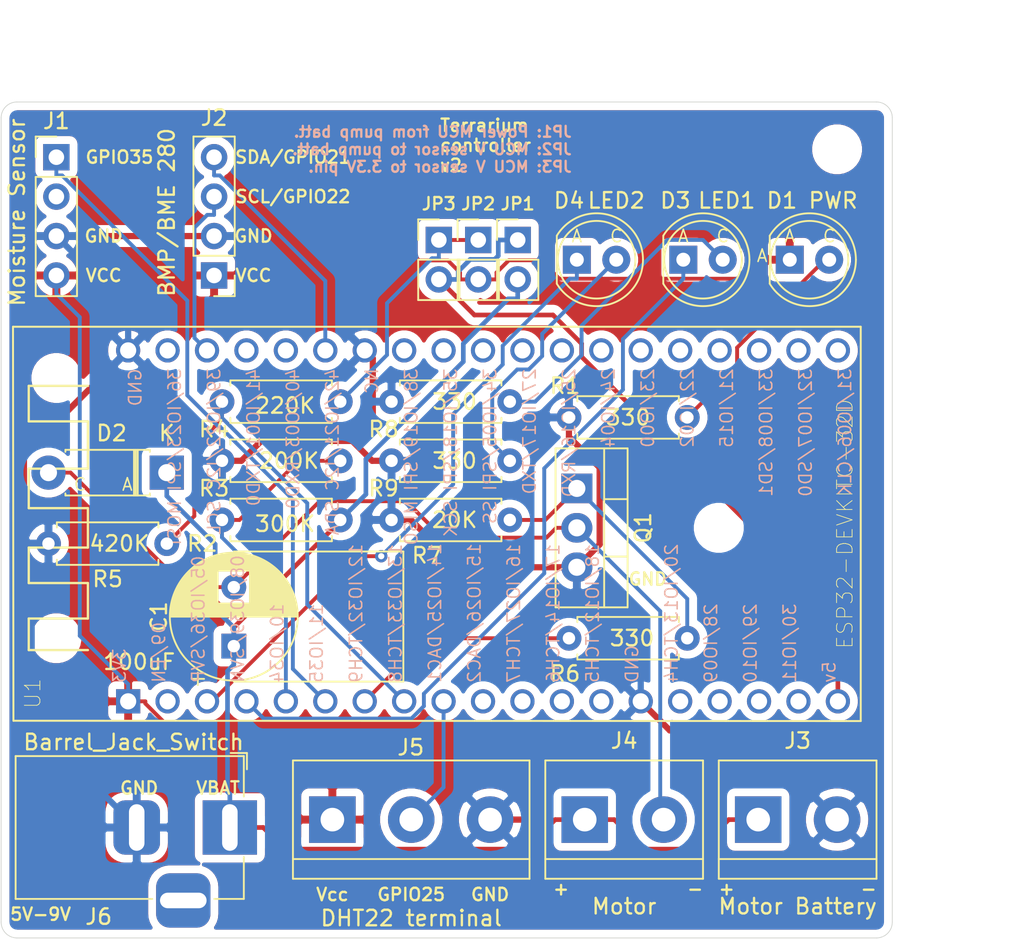
<source format=kicad_pcb>
(kicad_pcb (version 20241229) (generator "pcbnew") (generator_version "9.0")
  (layers (0 "F.Cu" signal) (2 "B.Cu" signal) (13 "F.Paste" user) (15 "B.Paste" user) (5 "F.SilkS" user) (7 "B.SilkS" user) (1 "F.Mask" user) (3 "B.Mask" user) (25 "Edge.Cuts" user))
  (net 0 "")
  (net 1 "Net-(D2-A)")
  (net 2 "VCC")
  (net 3 "Net-(D1-K)")
  (net 4 "/GPIO39")
  (net 5 "Net-(D3-K)")
  (net 6 "/GPIO36")
  (net 7 "GND")
  (net 8 "Net-(D4-K)")
  (net 9 "/GPIO35")
  (net 10 "/SDA-GPIO21")
  (net 11 "/SCL-GPIO22")
  (net 12 "/VBAT")
  (net 14 "/VCC2")
  (net 15 "Net-(JP2-Pad1)")
  (net 17 "/GPIO34")
  (net 18 "/GPIO33")
  (net 19 "/GPIO32")
  (net 20 "Net-(Q1-B)")
  (net 45 "/GPIO25")
  (footprint "Connector_PinHeader_2.54mm:PinHeader_1x04_P2.54mm_Vertical" (layer "F.Cu") (at 78.232 119.38 180)
    (property "Reference" "J2" (at 0 10.16 0) (layer "F.SilkS"))
    (property "Value" "BMP/BME 280" (at 3.048 4.064 90) (layer "F.SilkS"))
    (pad "1" thru_hole rect (at 0 0 180) (size 1.7 1.7) (drill 1) (layers "*.Cu" "*.Mask") (net 2 "VCC"))
    (pad "2" thru_hole oval (at 0 2.54 180) (size 1.7 1.7) (drill 1) (layers "*.Cu" "*.Mask") (net 7 "GND"))
    (pad "3" thru_hole oval (at 0 5.08 180) (size 1.7 1.7) (drill 1) (layers "*.Cu" "*.Mask") (net 11 "/SCL-GPIO22"))
    (pad "4" thru_hole oval (at 0 7.62 180) (size 1.7 1.7) (drill 1) (layers "*.Cu" "*.Mask") (net 10 "/SDA-GPIO21"))
  )
  (footprint "Connector_PinHeader_2.54mm:PinHeader_1x04_P2.54mm_Vertical" (layer "F.Cu") (at 68.072 111.76)
    (property "Reference" "J1" (at 0 -2.33 0) (layer "F.SilkS"))
    (property "Value" "Moisture Sensor" (at -2.54 3.556 90) (layer "F.SilkS"))
    (pad "1" thru_hole rect (at 0 0) (size 1.7 1.7) (drill 1) (layers "*.Cu" "*.Mask") (net 9 "/GPIO35"))
    (pad "2" thru_hole oval (at 0 2.54) (size 1.7 1.7) (drill 1) (layers "*.Cu" "*.Mask"))
    (pad "3" thru_hole oval (at 0 5.08) (size 1.7 1.7) (drill 1) (layers "*.Cu" "*.Mask") (net 7 "GND"))
    (pad "4" thru_hole oval (at 0 7.62) (size 1.7 1.7) (drill 1) (layers "*.Cu" "*.Mask") (net 2 "VCC"))
  )
  (footprint "Resistor_THT:R_Axial_DIN0207_L6.3mm_D2.5mm_P7.62mm_Horizontal" (layer "F.Cu") (at 97.282 131.318 180)
    (property "Reference" "R9" (at 8.128 -1.778 0) (layer "F.SilkS"))
    (property "Value" "330" (at 3.556 0 0) (layer "F.SilkS"))
    (pad "1" thru_hole circle (at 0 0 180) (size 1.6 1.6) (drill 0.8) (layers "*.Cu" "*.Mask") (net 8 "Net-(D4-K)"))
    (pad "2" thru_hole oval (at 7.62 0 180) (size 1.6 1.6) (drill 0.8) (layers "*.Cu" "*.Mask") (net 7 "GND"))
  )
  (footprint "LED_THT:LED_D5.0mm" (layer "F.Cu") (at 115.316 118.364)
    (property "Reference" "D1" (at -0.508 -3.81 0) (layer "F.SilkS"))
    (property "Value" "LED")
    (pad "1" thru_hole rect (at 0 0) (size 1.8 1.8) (drill 0.9) (layers "*.Cu" "*.Mask") (net 3 "Net-(D1-K)"))
    (pad "2" thru_hole circle (at 2.54 0) (size 1.8 1.8) (drill 0.9) (layers "*.Cu" "*.Mask") (net 2 "VCC"))
  )
  (footprint "LED_THT:LED_D5.0mm" (layer "F.Cu") (at 108.458 118.364)
    (property "Reference" "D3" (at -0.508 -3.81 0) (layer "F.SilkS"))
    (property "Value" "LED")
    (pad "1" thru_hole rect (at 0 0) (size 1.8 1.8) (drill 0.9) (layers "*.Cu" "*.Mask") (net 5 "Net-(D3-K)"))
    (pad "2" thru_hole circle (at 2.54 0) (size 1.8 1.8) (drill 0.9) (layers "*.Cu" "*.Mask") (net 4 "/GPIO39"))
  )
  (footprint "LED_THT:LED_D5.0mm" (layer "F.Cu") (at 101.6 118.364)
    (property "Reference" "D4" (at -0.508 -3.81 0) (layer "F.SilkS"))
    (property "Value" "LED")
    (pad "1" thru_hole rect (at 0 0) (size 1.8 1.8) (drill 0.9) (layers "*.Cu" "*.Mask") (net 8 "Net-(D4-K)"))
    (pad "2" thru_hole circle (at 2.54 0) (size 1.8 1.8) (drill 0.9) (layers "*.Cu" "*.Mask") (net 6 "/GPIO36"))
  )
  (footprint "TerminalBlock:TerminalBlock_bornier-2_P5.08mm" (layer "F.Cu") (at 113.284 154.432)
    (property "Reference" "J3" (at 2.54 -5.08 0) (layer "F.SilkS"))
    (property "Value" "Motor Battery" (at 2.54 5.588 0) (layer "F.SilkS"))
    (pad "1" thru_hole rect (at 0 0) (size 3 3) (drill 1.52) (layers "*.Cu" "*.Mask") (net 12 "/VBAT"))
    (pad "2" thru_hole circle (at 5.08 0) (size 3 3) (drill 1.52) (layers "*.Cu" "*.Mask") (net 7 "GND"))
  )
  (footprint "TerminalBlock:TerminalBlock_bornier-2_P5.08mm" (layer "F.Cu") (at 102.108 154.432)
    (property "Reference" "J4" (at 2.54 -5.08 0) (layer "F.SilkS"))
    (property "Value" "Motor" (at 2.54 5.588 0) (layer "F.SilkS"))
    (pad "1" thru_hole rect (at 0 0) (size 3 3) (drill 1.52) (layers "*.Cu" "*.Mask") (net 12 "/VBAT"))
    (pad "2" thru_hole circle (at 5.08 0) (size 3 3) (drill 1.52) (layers "*.Cu" "*.Mask") (net 1 "Net-(D2-A)"))
  )
  (footprint "Connector_BarrelJack:BarrelJack_Horizontal" (layer "F.Cu") (at 79.248 154.94)
    (property "Reference" "J6" (at -8.45 5.75 0) (layer "F.SilkS"))
    (property "Value" "Barrel_Jack_Switch" (at -6.2 -5.5 0) (layer "F.SilkS"))
    (pad "1" thru_hole rect (at 0 0) (size 3.5 3.5) (drill oval 1 3) (layers "*.Cu" "*.Mask") (net 12 "/VBAT"))
    (pad "2" thru_hole roundrect (at -6 0) (size 3 3.5) (drill oval 1 3) (layers "*.Cu" "*.Mask") (net 7 "GND"))
    (pad "3" thru_hole roundrect (at -3 4.7) (size 3.5 3.5) (drill oval 3 1) (layers "*.Cu" "*.Mask"))
  )
  (footprint "Connector_PinHeader_2.54mm:PinHeader_1x02_P2.54mm_Vertical" (layer "F.Cu") (at 97.79 117.094)
    (property "Reference" "JP1" (at 0 -2.33 0) (layer "F.SilkS") (effects (font (size 0.8 0.8))))
    (property "Value" "MCU_MOTOR_POWER" (hide yes))
    (pad "1" thru_hole rect (at 0 0) (size 1.7 1.7) (drill 1) (layers "*.Cu" "*.Mask") (net 14 "/VCC2"))
    (pad "2" thru_hole oval (at 0 2.54) (size 1.7 1.7) (drill 1) (layers "*.Cu" "*.Mask") (net 12 "/VBAT"))
  )
  (footprint "Connector_PinHeader_2.54mm:PinHeader_1x02_P2.54mm_Vertical" (layer "F.Cu") (at 95.25 117.094)
    (property "Reference" "JP2" (at 0 -2.33 0) (layer "F.SilkS") (effects (font (size 0.8 0.8))))
    (property "Value" "VCC Jumper" (hide yes))
    (pad "1" thru_hole rect (at 0 0) (size 1.7 1.7) (drill 1) (layers "*.Cu" "*.Mask") (net 15 "Net-(JP2-Pad1)"))
    (pad "2" thru_hole oval (at 0 2.54) (size 1.7 1.7) (drill 1) (layers "*.Cu" "*.Mask") (net 2 "VCC"))
  )
  (footprint "Connector_PinHeader_2.54mm:PinHeader_1x02_P2.54mm_Vertical" (layer "F.Cu") (at 92.71 117.094)
    (property "Reference" "JP3" (at 0 -2.33 0) (layer "F.SilkS") (effects (font (size 0.8 0.8))))
    (property "Value" "VCC2 Jumper" (hide yes))
    (pad "1" thru_hole rect (at 0 0) (size 1.7 1.7) (drill 1) (layers "*.Cu" "*.Mask") (net 15 "Net-(JP2-Pad1)"))
    (pad "2" thru_hole oval (at 0 2.54) (size 1.7 1.7) (drill 1) (layers "*.Cu" "*.Mask") (net 14 "/VCC2"))
  )
  (footprint "Package_TO_SOT_THT:TO-220-3_Vertical" (layer "F.Cu") (at 101.6 133.096 -90)
    (property "Reference" "Q1" (at 2.54 -4.27 90) (layer "F.SilkS"))
    (property "Value" "TIP122")
    (pad "1" thru_hole rect (at 0 0 270) (size 1.905 2) (drill 1.1) (layers "*.Cu" "*.Mask") (net 20 "Net-(Q1-B)"))
    (pad "2" thru_hole oval (at 2.54 0 270) (size 1.905 2) (drill 1.1) (layers "*.Cu" "*.Mask") (net 1 "Net-(D2-A)"))
    (pad "3" thru_hole oval (at 5.08 0 270) (size 1.905 2) (drill 1.1) (layers "*.Cu" "*.Mask") (net 7 "GND"))
  )
  (footprint "Resistor_THT:R_Axial_DIN0207_L6.3mm_D2.5mm_P7.62mm_Horizontal" (layer "F.Cu") (at 108.712 128.524 180)
    (property "Reference" "R1" (at 7.874 2.032 0) (layer "F.SilkS"))
    (property "Value" "330" (at 3.81 0 0) (layer "F.SilkS"))
    (pad "1" thru_hole circle (at 0 0 180) (size 1.6 1.6) (drill 0.8) (layers "*.Cu" "*.Mask") (net 3 "Net-(D1-K)"))
    (pad "2" thru_hole oval (at 7.62 0 180) (size 1.6 1.6) (drill 0.8) (layers "*.Cu" "*.Mask") (net 7 "GND"))
  )
  (footprint "Resistor_THT:R_Axial_DIN0207_L6.3mm_D2.5mm_P7.62mm_Horizontal" (layer "F.Cu") (at 86.36 135.128 180)
    (property "Reference" "R2" (at 8.89 -1.524 0) (layer "F.SilkS"))
    (property "Value" "300K" (at 3.556 -0.254 0) (layer "F.SilkS"))
    (pad "1" thru_hole circle (at 0 0 180) (size 1.6 1.6) (drill 0.8) (layers "*.Cu" "*.Mask") (net 12 "/VBAT"))
    (pad "2" thru_hole oval (at 7.62 0 180) (size 1.6 1.6) (drill 0.8) (layers "*.Cu" "*.Mask") (net 17 "/GPIO34"))
  )
  (footprint "Resistor_THT:R_Axial_DIN0207_L6.3mm_D2.5mm_P7.62mm_Horizontal" (layer "F.Cu") (at 86.36 127.508 180)
    (property "Reference" "R4" (at 8.128 -1.778 0) (layer "F.SilkS"))
    (property "Value" "220K" (at 3.556 -0.254 0) (layer "F.SilkS"))
    (pad "1" thru_hole circle (at 0 0 180) (size 1.6 1.6) (drill 0.8) (layers "*.Cu" "*.Mask") (net 15 "Net-(JP2-Pad1)"))
    (pad "2" thru_hole oval (at 7.62 0 180) (size 1.6 1.6) (drill 0.8) (layers "*.Cu" "*.Mask") (net 18 "/GPIO33"))
  )
  (footprint "Resistor_THT:R_Axial_DIN0207_L6.3mm_D2.5mm_P7.62mm_Horizontal" (layer "F.Cu") (at 75.184 136.652 180)
    (property "Reference" "R5" (at 3.81 -2.286 0) (layer "F.SilkS"))
    (property "Value" "420K" (at 3.048 0 0) (layer "F.SilkS"))
    (pad "1" thru_hole circle (at 0 0 180) (size 1.6 1.6) (drill 0.8) (layers "*.Cu" "*.Mask") (net 18 "/GPIO33"))
    (pad "2" thru_hole oval (at 7.62 0 180) (size 1.6 1.6) (drill 0.8) (layers "*.Cu" "*.Mask") (net 7 "GND"))
  )
  (footprint "Resistor_THT:R_Axial_DIN0207_L6.3mm_D2.5mm_P7.62mm_Horizontal" (layer "F.Cu") (at 108.712 142.748 180)
    (property "Reference" "R6" (at 7.874 -2.286 0) (layer "F.SilkS"))
    (property "Value" "330" (at 3.556 0 0) (layer "F.SilkS"))
    (pad "1" thru_hole circle (at 0 0 180) (size 1.6 1.6) (drill 0.8) (layers "*.Cu" "*.Mask") (net 20 "Net-(Q1-B)"))
    (pad "2" thru_hole oval (at 7.62 0 180) (size 1.6 1.6) (drill 0.8) (layers "*.Cu" "*.Mask") (net 19 "/GPIO32"))
  )
  (footprint "Resistor_THT:R_Axial_DIN0207_L6.3mm_D2.5mm_P7.62mm_Horizontal" (layer "F.Cu") (at 97.282 135.128 180)
    (property "Reference" "R7" (at 5.334 -2.286 0) (layer "F.SilkS"))
    (property "Value" "20K" (at 3.556 0 0) (layer "F.SilkS"))
    (pad "1" thru_hole circle (at 0 0 180) (size 1.6 1.6) (drill 0.8) (layers "*.Cu" "*.Mask") (net 20 "Net-(Q1-B)"))
    (pad "2" thru_hole oval (at 7.62 0 180) (size 1.6 1.6) (drill 0.8) (layers "*.Cu" "*.Mask") (net 7 "GND"))
  )
  (footprint "Custom_project_footprints:MODULE_ESP32-DEVKITC_PD" (layer "F.Cu") (at 92.456 134.112 90)
    (property "Reference" "U1" (at -12.192 -25.908 90) (layer "F.SilkS") (effects (font (size 1.00039 1.00039) (thickness 0.05))))
    (property "Value" "ESP32-DEVKITC-32D" (at -1.27 26.416 90) (layer "F.SilkS") (effects (font (size 1.00105 1.00105) (thickness 0.05))))
    (fp_text user "GND" (at 7.52419 -19.304 90) (layer "B.SilkS") (effects (font (size 0.8 0.8) (thickness 0.1)) (justify mirror)))
    (fp_text user "34/IO05/SPI SS" (at 3.733714 3.556 90) (layer "B.SilkS") (effects (font (size 0.8 0.8) (thickness 0.1)) (justify mirror)))
    (fp_text user "08/IO39/SVN" (at -7.39162 -12.7 90) (layer "B.SilkS") (effects (font (size 0.8 0.8) (thickness 0.1)) (justify mirror)))
    (fp_text user "42/IO21/I2C SDA" (at 3.371809 -6.604 90) (layer "B.SilkS") (effects (font (size 0.8 0.8) (thickness 0.1)) (justify mirror)))
    (fp_text user "28/IO09" (at -8.953524 17.78 90) (layer "B.SilkS") (effects (font (size 0.8 0.8) (thickness 0.1)) (justify mirror)))
    (fp_text user "38/IO19/SPI MISO" (at 3.048 -1.524 90) (layer "B.SilkS") (effects (font (size 0.8 0.8) (thickness 0.1)) (justify mirror)))
    (fp_text user "12/IO32/TCH9" (at -7.029715 -5.08 90) (layer "B.SilkS") (effects (font (size 0.8 0.8) (thickness 0.1)) (justify mirror)))
    (fp_text user "3V3" (at -10.401143 -20.32 90) (layer "B.SilkS") (effects (font (size 0.8 0.8) (thickness 0.1)) (justify mirror)))
    (fp_text user "09/EN" (at -9.544 -17.78 90) (layer "B.SilkS") (effects (font (size 0.8 0.8) (thickness 0.1)) (justify mirror)))
    (fp_text user "13/IO33/TCH8" (at -7.029715 -2.54 90) (layer "B.SilkS") (effects (font (size 0.8 0.8) (thickness 0.1)) (justify mirror)))
    (fp_text user "29/IO10" (at -8.953524 20.32 90) (layer "B.SilkS") (effects (font (size 0.8 0.8) (thickness 0.1)) (justify mirror)))
    (fp_text user "24/IO04" (at 6.190857 11.176 90) (layer "B.SilkS") (effects (font (size 0.8 0.8) (thickness 0.1)) (justify mirror)))
    (fp_text user "5v" (at -10.820191 25.4 90) (layer "B.SilkS") (effects (font (size 0.8 0.8) (thickness 0.1)) (justify mirror)))
    (fp_text user "31/IO06/CLK" (at 4.648 26.416 90) (layer "B.SilkS") (effects (font (size 0.8 0.8) (thickness 0.1)) (justify mirror)))
    (fp_text user "36/IO23/SPI MOSI" (at 3.048 -16.764 90) (layer "B.SilkS") (effects (font (size 0.8 0.8) (thickness 0.1)) (justify mirror)))
    (fp_text user "41/IO01/TXD0" (at 4.305143 -11.684 90) (layer "B.SilkS") (effects (font (size 0.8 0.8) (thickness 0.1)) (justify mirror)))
    (fp_text user "15/IO26/DAC2" (at -7.010667 2.54 90) (layer "B.SilkS") (effects (font (size 0.8 0.8) (thickness 0.1)) (justify mirror)))
    (fp_text user "05/IO36/SVP" (at -7.410667 -15.24 90) (layer "B.SilkS") (effects (font (size 0.8 0.8) (thickness 0.1)) (justify mirror)))
    (fp_text user "14/IO25/DAC1" (at -7.010667 0 90) (layer "B.SilkS") (effects (font (size 0.8 0.8) (thickness 0.1)) (justify mirror)))
    (fp_text user "23/IO00" (at 6.190857 13.716 90) (layer "B.SilkS") (effects (font (size 0.8 0.8) (thickness 0.1)) (justify mirror)))
    (fp_text user "33/IO08/SD1" (at 4.609904 21.336 90) (layer "B.SilkS") (effects (font (size 0.8 0.8) (thickness 0.1)) (justify mirror)))
    (fp_text user "22/IO02" (at 6.190857 16.256 90) (layer "B.SilkS") (effects (font (size 0.8 0.8) (thickness 0.1)) (justify mirror)))
    (fp_text user "20/IO13/TCH4" (at -7.029715 15.24 90) (layer "B.SilkS") (effects (font (size 0.8 0.8) (thickness 0.1)) (justify mirror)))
    (fp_text user "25/IO16/RXD" (at 4.590857 8.636 90) (layer "B.SilkS") (effects (font (size 0.8 0.8) (thickness 0.1)) (justify mirror)))
    (fp_text user "39/IO22/I2C SCL" (at 3.390857 -14.224 90) (layer "B.SilkS") (effects (font (size 0.8 0.8) (thickness 0.1)) (justify mirror)))
    (fp_text user "NC" (at 7.92419 -4.064 90) (layer "B.SilkS") (effects (font (size 0.8 0.8) (thickness 0.1)) (justify mirror)))
    (fp_text user "30/IO11" (at -8.953524 22.86 90) (layer "B.SilkS") (effects (font (size 0.8 0.8) (thickness 0.1)) (justify mirror)))
    (fp_text user "11/IO35" (at -8.953524 -7.62 90) (layer "B.SilkS") (effects (font (size 0.8 0.8) (thickness 0.1)) (justify mirror)))
    (fp_text user "10/IO34" (at -8.953524 -10.16 90) (layer "B.SilkS") (effects (font (size 0.8 0.8) (thickness 0.1)) (justify mirror)))
    (fp_text user "27/IO17/TXD" (at 4.686095 6.096 90) (layer "B.SilkS") (effects (font (size 0.8 0.8) (thickness 0.1)) (justify mirror)))
    (fp_text user "18/IO12/TCH5" (at -7.029715 10.16 90) (layer "B.SilkS") (effects (font (size 0.8 0.8) (thickness 0.1)) (justify mirror)))
    (fp_text user "17/IO14/TCH6" (at -7.029715 7.62 90) (layer "B.SilkS") (effects (font (size 0.8 0.8) (thickness 0.1)) (justify mirror)))
    (fp_text user "35/IO18/SPI SCK" (at 3.314666 1.016 90) (layer "B.SilkS") (effects (font (size 0.8 0.8) (thickness 0.1)) (justify mirror)))
    (fp_text user "21/IO15" (at 6.190857 18.796 90) (layer "B.SilkS") (effects (font (size 0.8 0.8) (thickness 0.1)) (justify mirror)))
    (fp_text user "40/IO03/RXD0" (at 4.209904 -9.144 90) (layer "B.SilkS") (effects (font (size 0.8 0.8) (thickness 0.1)) (justify mirror)))
    (fp_text user "32/IO07/SD0" (at 4.609904 23.876 90) (layer "B.SilkS") (effects (font (size 0.8 0.8) (thickness 0.1)) (justify mirror)))
    (fp_text user "GND" (at -10.286858 12.7 90) (layer "B.SilkS") (effects (font (size 0.8 0.8) (thickness 0.1)) (justify mirror)))
    (fp_text user "16/IO27/TCH7" (at -7.029715 5.08 90) (layer "B.SilkS") (effects (font (size 0.8 0.8) (thickness 0.1)) (justify mirror)))
    (pad "1" thru_hole rect (at -12.7 -19.76 90) (size 1.56 1.56) (drill 1.04) (layers "*.Cu" "*.Mask") (net 2 "VCC"))
    (pad "2" thru_hole circle (at -12.7 -17.22 90) (size 1.56 1.56) (drill 1.04) (layers "*.Cu" "*.Mask"))
    (pad "3" thru_hole circle (at -12.7 -14.68 90) (size 1.56 1.56) (drill 1.04) (layers "*.Cu" "*.Mask") (net 6 "/GPIO36"))
    (pad "4" thru_hole circle (at -12.7 -12.14 90) (size 1.56 1.56) (drill 1.04) (layers "*.Cu" "*.Mask") (net 4 "/GPIO39"))
    (pad "5" thru_hole circle (at -12.7 -9.6 90) (size 1.56 1.56) (drill 1.04) (layers "*.Cu" "*.Mask") (net 17 "/GPIO34"))
    (pad "6" thru_hole circle (at -12.7 -7.06 90) (size 1.56 1.56) (drill 1.04) (layers "*.Cu" "*.Mask") (net 9 "/GPIO35"))
    (pad "7" thru_hole circle (at -12.7 -4.52 90) (size 1.56 1.56) (drill 1.04) (layers "*.Cu" "*.Mask") (net 19 "/GPIO32"))
    (pad "8" thru_hole circle (at -12.7 -1.98 90) (size 1.56 1.56) (drill 1.04) (layers "*.Cu" "*.Mask") (net 18 "/GPIO33"))
    (pad "9" thru_hole circle (at -12.7 0.56 90) (size 1.56 1.56) (drill 1.04) (layers "*.Cu" "*.Mask") (net 45 "/GPIO25"))
    (pad "10" thru_hole circle (at -12.7 3.1 90) (size 1.56 1.56) (drill 1.04) (layers "*.Cu" "*.Mask"))
    (pad "11" thru_hole circle (at -12.7 5.64 90) (size 1.56 1.56) (drill 1.04) (layers "*.Cu" "*.Mask"))
    (pad "12" thru_hole circle (at -12.7 8.18 90) (size 1.56 1.56) (drill 1.04) (layers "*.Cu" "*.Mask"))
    (pad "13" thru_hole circle (at -12.7 10.72 90) (size 1.56 1.56) (drill 1.04) (layers "*.Cu" "*.Mask"))
    (pad "14" thru_hole circle (at -12.7 13.26 90) (size 1.56 1.56) (drill 1.04) (layers "*.Cu" "*.Mask") (net 7 "GND"))
    (pad "15" thru_hole circle (at -12.7 15.8 90) (size 1.56 1.56) (drill 1.04) (layers "*.Cu" "*.Mask"))
    (pad "16" thru_hole circle (at -12.7 18.34 90) (size 1.56 1.56) (drill 1.04) (layers "*.Cu" "*.Mask"))
    (pad "17" thru_hole circle (at -12.7 20.88 90) (size 1.56 1.56) (drill 1.04) (layers "*.Cu" "*.Mask"))
    (pad "18" thru_hole circle (at -12.7 23.42 90) (size 1.56 1.56) (drill 1.04) (layers "*.Cu" "*.Mask"))
    (pad "19" thru_hole circle (at -12.7 25.96 90) (size 1.56 1.56) (drill 1.04) (layers "*.Cu" "*.Mask") (net 14 "/VCC2"))
    (pad "20" thru_hole circle (at 9.906 -19.76 90) (size 1.56 1.56) (drill 1.04) (layers "*.Cu" "*.Mask") (net 7 "GND"))
    (pad "21" thru_hole circle (at 9.906 -17.22 90) (size 1.56 1.56) (drill 1.04) (layers "*.Cu" "*.Mask"))
    (pad "22" thru_hole circle (at 9.906 -14.68 90) (size 1.56 1.56) (drill 1.04) (layers "*.Cu" "*.Mask") (net 11 "/SCL-GPIO22"))
    (pad "23" thru_hole circle (at 9.906 -12.14 90) (size 1.56 1.56) (drill 1.04) (layers "*.Cu" "*.Mask"))
    (pad "24" thru_hole circle (at 9.906 -9.6 90) (size 1.56 1.56) (drill 1.04) (layers "*.Cu" "*.Mask"))
    (pad "25" thru_hole circle (at 9.906 -7.06 90) (size 1.56 1.56) (drill 1.04) (layers "*.Cu" "*.Mask") (net 10 "/SDA-GPIO21"))
    (pad "26" thru_hole circle (at 9.906 -4.52 90) (size 1.56 1.56) (drill 1.04) (layers "*.Cu" "*.Mask") (net 7 "GND"))
    (pad "27" thru_hole circle (at 9.906 -1.98 90) (size 1.56 1.56) (drill 1.04) (layers "*.Cu" "*.Mask"))
    (pad "28" thru_hole circle (at 9.906 0.56 90) (size 1.56 1.56) (drill 1.04) (layers "*.Cu" "*.Mask"))
    (pad "29" thru_hole circle (at 9.906 3.1 90) (size 1.56 1.56) (drill 1.04) (layers "*.Cu" "*.Mask"))
    (pad "30" thru_hole circle (at 9.906 5.64 90) (size 1.56 1.56) (drill 1.04) (layers "*.Cu" "*.Mask"))
    (pad "31" thru_hole circle (at 9.906 8.18 90) (size 1.56 1.56) (drill 1.04) (layers "*.Cu" "*.Mask"))
    (pad "32" thru_hole circle (at 9.906 10.72 90) (size 1.56 1.56) (drill 1.04) (layers "*.Cu" "*.Mask"))
    (pad "33" thru_hole circle (at 9.906 13.26 90) (size 1.56 1.56) (drill 1.04) (layers "*.Cu" "*.Mask"))
    (pad "34" thru_hole circle (at 9.906 15.8 90) (size 1.56 1.56) (drill 1.04) (layers "*.Cu" "*.Mask"))
    (pad "35" thru_hole circle (at 9.906 18.34 90) (size 1.56 1.56) (drill 1.04) (layers "*.Cu" "*.Mask"))
    (pad "36" thru_hole circle (at 9.906 20.88 90) (size 1.56 1.56) (drill 1.04) (layers "*.Cu" "*.Mask"))
    (pad "37" thru_hole circle (at 9.906 23.42 90) (size 1.56 1.56) (drill 1.04) (layers "*.Cu" "*.Mask"))
    (pad "38" thru_hole circle (at 9.906 25.96 90) (size 1.56 1.56) (drill 1.04) (layers "*.Cu" "*.Mask"))
  )
  (footprint "Resistor_THT:R_Axial_DIN0207_L6.3mm_D2.5mm_P7.62mm_Horizontal" (layer "F.Cu") (at 97.282 127.508 180)
    (property "Reference" "R8" (at 8.128 -1.778 0) (layer "F.SilkS"))
    (property "Value" "330" (at 3.556 0 0) (layer "F.SilkS"))
    (pad "1" thru_hole circle (at 0 0 180) (size 1.6 1.6) (drill 0.8) (layers "*.Cu" "*.Mask") (net 5 "Net-(D3-K)"))
    (pad "2" thru_hole oval (at 7.62 0 180) (size 1.6 1.6) (drill 0.8) (layers "*.Cu" "*.Mask") (net 7 "GND"))
  )
  (footprint "Diode_THT:D_DO-41_SOD81_P7.62mm_Horizontal" (layer "F.Cu") (at 75.184 132.08 180)
    (property "Reference" "D2" (at 3.556 2.54 0) (layer "F.SilkS"))
    (property "Value" "D_Schottky" (hide yes))
    (fp_text user "K" (at 0 2.54 0) (layer "F.SilkS"))
    (pad "1" thru_hole rect (at 0 0 180) (size 2.2 2.2) (drill 1.1) (layers "*.Cu" "*.Mask") (net 12 "/VBAT"))
    (pad "2" thru_hole oval (at 7.62 0 180) (size 2.2 2.2) (drill 1.1) (layers "*.Cu" "*.Mask") (net 1 "Net-(D2-A)"))
  )
  (footprint "Resistor_THT:R_Axial_DIN0207_L6.3mm_D2.5mm_P7.62mm_Horizontal" (layer "F.Cu") (at 86.36 131.318 180)
    (property "Reference" "R3" (at 8.128 -1.778 0) (layer "F.SilkS"))
    (property "Value" "200K" (at 3.302 0 0) (layer "F.SilkS"))
    (pad "1" thru_hole circle (at 0 0 180) (size 1.6 1.6) (drill 0.8) (layers "*.Cu" "*.Mask") (net 17 "/GPIO34"))
    (pad "2" thru_hole oval (at 7.62 0 180) (size 1.6 1.6) (drill 0.8) (layers "*.Cu" "*.Mask") (net 7 "GND"))
  )
  (footprint "Capacitor_THT:CP_Radial_D8.0mm_P3.80mm" (layer "F.Cu") (at 79.502 143.256 90)
    (property "Reference" "C1" (at 1.9 -4.826 90) (layer "F.SilkS"))
    (property "Value" "100uF" (at -1.016 -6.096 180) (layer "F.SilkS"))
    (pad "1" thru_hole rect (at 0 0 90) (size 1.6 1.6) (drill 0.8) (layers "*.Cu" "*.Mask") (net 12 "/VBAT"))
    (pad "2" thru_hole circle (at 3.8 0 90) (size 1.6 1.6) (drill 0.8) (layers "*.Cu" "*.Mask") (net 1 "Net-(D2-A)"))
  )
  (footprint "TerminalBlock:TerminalBlock_bornier-3_P5.08mm" (layer "F.Cu") (at 85.852 154.432)
    (property "Reference" "J5" (at 5.05 -4.65 0) (layer "F.SilkS"))
    (property "Value" "DHT22 terminal" (at 5.08 6.35 0) (layer "F.SilkS"))
    (pad "1" thru_hole rect (at 0 0) (size 3 3) (drill 1.52) (layers "*.Cu" "*.Mask") (net 2 "VCC"))
    (pad "2" thru_hole circle (at 5.08 0) (size 3 3) (drill 1.52) (layers "*.Cu" "*.Mask") (net 45 "/GPIO25"))
    (pad "3" thru_hole circle (at 10.16 0) (size 3 3) (drill 1.52) (layers "*.Cu" "*.Mask") (net 7 "GND"))
  )
  (gr_line (start 90.424 137.16) (end 79.502 137.16) (stroke (width 0.12)) (layer "F.SilkS"))
  (gr_line (start 90.424 137.16) (end 90.424 145.542) (stroke (width 0.12)) (layer "F.SilkS"))
  (gr_line (start 90.424 145.542) (end 79.502 145.542) (stroke (width 0.12)) (layer "F.SilkS"))
  (gr_line (start 64.516 161.036) (end 64.516 109.22) (stroke (width 0.05)) (layer "Edge.Cuts"))
  (gr_line (start 121.92 109.22) (end 121.92 161.036) (stroke (width 0.05)) (layer "Edge.Cuts"))
  (gr_arc (start 121.92 161.036) (mid 121.62242 161.75442) (end 120.904 162.052) (stroke (width 0.05)) (layer "Edge.Cuts"))
  (gr_arc (start 64.516 109.22) (mid 64.81358 108.50158) (end 65.532 108.204) (stroke (width 0.05)) (layer "Edge.Cuts"))
  (gr_arc (start 120.904 108.204) (mid 121.62242 108.50158) (end 121.92 109.22) (stroke (width 0.05)) (layer "Edge.Cuts"))
  (gr_line (start 65.532 108.204) (end 120.904 108.204) (stroke (width 0.05)) (layer "Edge.Cuts"))
  (gr_arc (start 65.532 162.052) (mid 64.81358 161.75442) (end 64.516 161.036) (stroke (width 0.05)) (layer "Edge.Cuts"))
  (gr_line (start 120.904 162.052) (end 65.532 162.052) (stroke (width 0.05)) (layer "Edge.Cuts"))
  (gr_text "GND" (at 71.12 116.84 0) (layer "F.SilkS") (effects (font (size 0.8 0.8))))
  (gr_text "VCC" (at 80.772 119.38 0) (layer "F.SilkS") (effects (font (size 0.8 0.8))))
  (gr_text "VCC" (at 71.12 119.38 0) (layer "F.SilkS") (effects (font (size 0.8 0.8))))
  (gr_text "GPIO35" (at 72.136 111.76 0) (layer "F.SilkS") (effects (font (size 0.8 0.8))))
  (gr_text "SDA/GPIO21" (at 83.312 111.76 0) (layer "F.SilkS") (effects (font (size 0.8 0.8))))
  (gr_text "SCL/GPIO22" (at 83.312 114.3 0) (layer "F.SilkS") (effects (font (size 0.8 0.8))))
  (gr_text "-" (at 120.396 159.004 180) (layer "F.SilkS") (effects (font (size 0.8 0.8))))
  (gr_text "-" (at 109.22 159.004 180) (layer "F.SilkS") (effects (font (size 0.8 0.8))))
  (gr_text "+" (at 100.584 159.004 180) (layer "F.SilkS") (effects (font (size 0.8 0.8))))
  (gr_text "+" (at 111.252 159.004 180) (layer "F.SilkS") (effects (font (size 0.8 0.8))))
  (gr_text "LED2" (at 104.14 114.554 0) (layer "F.SilkS") (effects (font (size 1 1))))
  (gr_text "GND" (at 106.172 138.938 0) (layer "F.SilkS") (effects (font (size 0.8 0.8))))
  (gr_text "GND" (at 73.406 152.4 0) (layer "F.SilkS") (effects (font (size 0.8 0.8))))
  (gr_text "VBAT" (at 78.486 152.4 0) (layer "F.SilkS") (effects (font (size 0.8 0.8))))
  (gr_text "Vcc" (at 85.852 159.258 0) (layer "F.SilkS") (effects (font (size 0.8 0.8))))
  (gr_text "GPIO25" (at 90.932 159.258 0) (layer "F.SilkS") (effects (font (size 0.8 0.8))))
  (gr_text "GND" (at 96.012 159.258 0) (layer "F.SilkS") (effects (font (size 0.8 0.8))))
  (gr_text "A" (at 108.458 116.84 0) (layer "F.SilkS") (effects (font (size 0.8 0.8) (thickness 0.1))))
  (gr_text "A" (at 113.538 118.11 0) (layer "F.SilkS") (effects (font (size 0.8 0.8) (thickness 0.1))))
  (gr_text "A" (at 115.316 116.84 0) (layer "F.SilkS") (effects (font (size 0.8 0.8) (thickness 0.1))))
  (gr_text "A" (at 72.644 132.842 0) (layer "F.SilkS") (effects (font (size 0.8 0.8) (thickness 0.1))))
  (gr_text "C" (at 104.14 116.84 0) (layer "F.SilkS") (effects (font (size 0.8 0.8) (thickness 0.1))))
  (gr_text "C" (at 110.998 116.84 0) (layer "F.SilkS") (effects (font (size 0.8 0.8) (thickness 0.1))))
  (gr_text "C" (at 117.856 116.84 0) (layer "F.SilkS") (effects (font (size 0.8 0.8) (thickness 0.1))))
  (gr_text "C" (at 69.596 132.842 0) (layer "F.SilkS") (effects (font (size 0.8 0.8) (thickness 0.1))))
  (gr_text "GND" (at 80.772 116.84 0) (layer "F.SilkS") (effects (font (size 0.8 0.8))))
  (gr_text "5V-9V" (at 67.056 160.528 0) (layer "F.SilkS") (effects (font (size 0.8 0.8))))
  (gr_text "PWR" (at 118.11 114.554 0) (layer "F.SilkS") (effects (font (size 1 1))))
  (gr_text "Terrarium \ncontroller\nv2" (at 92.71 110.998 0) (layer "F.SilkS") (effects (font (size 0.8 0.8)) (justify left)))
  (gr_text "LED1" (at 111.252 114.554 0) (layer "F.SilkS") (effects (font (size 1 1))))
  (gr_text "A" (at 101.6 116.84 0) (layer "F.SilkS") (effects (font (size 0.8 0.8) (thickness 0.1))))
  (gr_text "JP1: Power MCU from pump batt.\nJP2: MCU V sensor to pump batt.\nJP3: MCU V sensor to 3.3V pin. " (at 101.346 111.252 0) (layer "B.SilkS") (effects (font (size 0.7 0.7)) (justify left mirror)))
  (segment (start 85.039 133.919) (end 79.502 139.456) (width 0.25) (layer "F.Cu") (net 1))
  (segment (start 101.6 135.636) (end 100.2747 135.636) (width 0.25) (layer "F.Cu") (net 1))
  (segment (start 67.564 132.08) (end 68.9893 132.08) (width 0.25) (layer "F.Cu") (net 1))
  (segment (start 92.9502 136.2685) (end 90.6007 133.919) (width 0.25) (layer "F.Cu") (net 1))
  (segment (start 99.6422 136.2685) (end 92.9502 136.2685) (width 0.25) (layer "F.Cu") (net 1))
  (segment (start 76.3653 139.456) (end 79.502 139.456) (width 0.25) (layer "F.Cu") (net 1))
  (segment (start 100.2747 135.636) (end 99.6422 136.2685) (width 0.25) (layer "F.Cu") (net 1))
  (segment (start 68.9893 132.08) (end 76.3653 139.456) (width 0.25) (layer "F.Cu") (net 1))
  (segment (start 90.6007 133.919) (end 85.039 133.919) (width 0.25) (layer "F.Cu") (net 1))
  (segment (start 106.972 141.008) (end 101.6 135.636) (width 0.25) (layer "B.Cu") (net 1))
  (segment (start 106.972 154.216) (end 106.972 141.008) (width 0.25) (layer "B.Cu") (net 1))
  (segment (start 107.188 154.432) (end 106.972 154.216) (width 0.25) (layer "B.Cu") (net 1))
  (segment (start 79.4577 152.6067) (end 82.2014 152.6067) (width 0.25) (layer "F.Cu") (net 2))
  (segment (start 79.4073 119.38) (end 80.3791 118.4082) (width 0.25) (layer "F.Cu") (net 2))
  (segment (start 117.5857 118.364) (end 111.9246 124.0251) (width 0.25) (layer "F.Cu") (net 2))
  (segment (start 96.4253 119.1933) (end 96.4253 119.634) (width 0.25) (layer "F.Cu") (net 2))
  (segment (start 73.8013 146.812) (end 73.8013 146.9503) (width 0.25) (layer "F.Cu") (net 2))
  (segment (start 112.8653 119.5894) (end 100.4703 119.5894) (width 0.25) (layer "F.Cu") (net 2))
  (segment (start 80.3791 118.4082) (end 93.2896 118.4082) (width 0.25) (layer "F.Cu") (net 2))
  (segment (start 93.2896 118.4082) (end 94.0747 119.1933) (width 0.25) (layer "F.Cu") (net 2))
  (segment (start 95.25 119.634) (end 96.4253 119.634) (width 0.25) (layer "F.Cu") (net 2))
  (segment (start 114.0907 118.364) (end 112.8653 119.5894) (width 0.25) (layer "F.Cu") (net 2))
  (segment (start 72.696 146.812) (end 73.8013 146.812) (width 0.25) (layer "F.Cu") (net 2))
  (segment (start 95.25 119.634) (end 94.0747 119.634) (width 0.25) (layer "F.Cu") (net 2))
  (segment (start 73.8013 146.9503) (end 79.4577 152.6067) (width 0.25) (layer "F.Cu") (net 2))
  (segment (start 85.852 154.432) (end 84.0267 154.432) (width 0.25) (layer "F.Cu") (net 2))
  (segment (start 117.856 118.364) (end 117.5857 118.364) (width 0.25) (layer "F.Cu") (net 2))
  (segment (start 97.2198 118.3988) (end 96.4253 119.1933) (width 0.25) (layer "F.Cu") (net 2))
  (segment (start 99.2797 118.3988) (end 97.2198 118.3988) (width 0.25) (layer "F.Cu") (net 2))
  (segment (start 115.316 118.364) (end 114.0907 118.364) (width 0.25) (layer "F.Cu") (net 2))
  (segment (start 111.9246 125.3114) (end 108.712 128.524) (width 0.25) (layer "F.Cu") (net 2))
  (segment (start 82.2014 152.6067) (end 84.0267 154.432) (width 0.25) (layer "F.Cu") (net 2))
  (segment (start 78.232 119.38) (end 79.4073 119.38) (width 0.25) (layer "F.Cu") (net 2))
  (segment (start 111.9246 124.0251) (end 111.9246 125.3114) (width 0.25) (layer "F.Cu") (net 2))
  (segment (start 94.0747 119.1933) (end 94.0747 119.634) (width 0.25) (layer "F.Cu") (net 2))
  (segment (start 68.072 119.38) (end 78.232 119.38) (width 0.25) (layer "F.Cu") (net 2))
  (segment (start 100.4703 119.5894) (end 99.2797 118.3988) (width 0.25) (layer "F.Cu") (net 2))
  (segment (start 69.5795 142.5902) (end 72.696 145.7067) (width 0.25) (layer "B.Cu") (net 2))
  (segment (start 68.072 120.5553) (end 69.5795 122.0628) (width 0.25) (layer "B.Cu") (net 2))
  (segment (start 69.5795 122.0628) (end 69.5795 142.5902) (width 0.25) (layer "B.Cu") (net 2))
  (segment (start 68.072 119.38) (end 68.072 120.5553) (width 0.25) (layer "B.Cu") (net 2))
  (segment (start 72.696 146.812) (end 72.696 145.7067) (width 0.25) (layer "B.Cu") (net 2))
  (segment (start 90.9403 147.9253) (end 81.4293 147.9253) (width 0.25) (layer "B.Cu") (net 4))
  (segment (start 91.746 146.3218) (end 91.746 147.1196) (width 0.25) (layer "B.Cu") (net 4))
  (segment (start 107.4307 117.0894) (end 101.906 122.6141) (width 0.25) (layer "B.Cu") (net 4))
  (segment (start 101.906 124.5157) (end 98.9137 127.508) (width 0.25) (layer "B.Cu") (net 4))
  (segment (start 109.7234 117.0894) (end 107.4307 117.0894) (width 0.25) (layer "B.Cu") (net 4))
  (segment (start 99.5003 131.8048) (end 99.5003 138.5675) (width 0.25) (layer "B.Cu") (net 4))
  (segment (start 99.5003 138.5675) (end 91.746 146.3218) (width 0.25) (layer "B.Cu") (net 4))
  (segment (start 108.458 118.364) (end 108.458 119.5893) (width 0.25) (layer "B.Cu") (net 4))
  (segment (start 98.9137 127.508) (end 97.282 127.508) (width 0.25) (layer "B.Cu") (net 4))
  (segment (start 101.906 122.6141) (end 101.906 124.5157) (width 0.25) (layer "B.Cu") (net 4))
  (segment (start 104.5689 126.7362) (end 99.5003 131.8048) (width 0.25) (layer "B.Cu") (net 4))
  (segment (start 110.998 118.364) (end 109.7234 117.0894) (width 0.25) (layer "B.Cu") (net 4))
  (segment (start 81.4293 147.9253) (end 80.316 146.812) (width 0.25) (layer "B.Cu") (net 4))
  (segment (start 104.5689 123.4784) (end 104.5689 126.7362) (width 0.25) (layer "B.Cu") (net 4))
  (segment (start 108.458 119.5893) (end 104.5689 123.4784) (width 0.25) (layer "B.Cu") (net 4))
  (segment (start 91.746 147.1196) (end 90.9403 147.9253) (width 0.25) (layer "B.Cu") (net 4))
  (segment (start 87.4654 137.4629) (end 88.9993 137.4629) (width 0.25) (layer "F.Cu") (net 6))
  (segment (start 77.776 146.812) (end 78.1163 146.812) (width 0.25) (layer "F.Cu") (net 6))
  (segment (start 78.1163 146.812) (end 87.4654 137.4629) (width 0.25) (layer "F.Cu") (net 6))
  (via (at 88.9993 137.4629) (size 0.8) (drill 0.4) (layers "F.Cu" "B.Cu") (net 6))
  (segment (start 97.76 125.4358) (end 96.1505 127.0453) (width 0.25) (layer "B.Cu") (net 6))
  (segment (start 101.1405 119.5893) (end 96.826 123.9038) (width 0.25) (layer "B.Cu") (net 6))
  (segment (start 96.1505 130.1865) (end 97.282 131.318) (width 0.25) (layer "B.Cu") (net 6))
  (segment (start 98.5018 125.4358) (end 97.76 125.4358) (width 0.25) (layer "B.Cu") (net 6))
  (segment (start 99.366 124.5716) (end 98.5018 125.4358) (width 0.25) (layer "B.Cu") (net 6))
  (segment (start 101.6 118.364) (end 101.6 119.5893) (width 0.25) (layer "B.Cu") (net 6))
  (segment (start 96.826 125.1113) (end 93.6322 128.3051) (width 0.25) (layer "B.Cu") (net 6))
  (segment (start 99.366 123.138) (end 99.366 124.5716) (width 0.25) (layer "B.Cu") (net 6))
  (segment (start 93.6322 128.3051) (end 93.6322 132.83) (width 0.25) (layer "B.Cu") (net 6))
  (segment (start 93.6322 132.83) (end 88.9993 137.4629) (width 0.25) (layer "B.Cu") (net 6))
  (segment (start 96.1505 127.0453) (end 96.1505 130.1865) (width 0.25) (layer "B.Cu") (net 6))
  (segment (start 101.6 119.5893) (end 101.1405 119.5893) (width 0.25) (layer "B.Cu") (net 6))
  (segment (start 104.14 118.364) (end 99.366 123.138) (width 0.25) (layer "B.Cu") (net 6))
  (segment (start 96.826 123.9038) (end 96.826 125.1113) (width 0.25) (layer "B.Cu") (net 6))
  (segment (start 88.4559 127.508) (end 88.4559 124.7259) (width 0.4) (layer "F.Cu") (net 7))
  (segment (start 96.012 154.432) (end 98.096 154.432) (width 0.4) (layer "F.Cu") (net 7))
  (segment (start 88.4559 124.7259) (end 87.936 124.206) (width 0.4) (layer "F.Cu") (net 7))
  (segment (start 72.696 124.206) (end 65.9834 130.9186) (width 0.4) (layer "F.Cu") (net 7))
  (segment (start 101.092 129.7743) (end 103.07 131.7523) (width 0.4) (layer "F.Cu") (net 7))
  (segment (start 65.9834 130.9186) (end 65.9834 133.8211) (width 0.4) (layer "F.Cu") (net 7))
  (segment (start 89.662 131.318) (end 88.4117 131.318) (width 0.4) (layer "F.Cu") (net 7))
  (segment (start 107.5912 148.6872) (end 105.716 146.812) (width 0.4) (layer "F.Cu") (net 7))
  (segment (start 78.74 131.318) (end 79.9903 131.318) (width 0.4) (layer "F.Cu") (net 7))
  (segment (start 89.662 127.508) (end 88.4559 127.508) (width 0.4) (layer "F.Cu") (net 7))
  (segment (start 87.1318 130.0381) (end 88.4559 128.714) (width 0.4) (layer "F.Cu") (net 7))
  (segment (start 112.6192 148.6872) (end 107.5912 148.6872) (width 0.4) (layer "F.Cu") (net 7))
  (segment (start 81.2702 130.0381) (end 87.1318 130.0381) (width 0.4) (layer "F.Cu") (net 7))
  (segment (start 87.1318 130.0381) (end 88.4117 131.318) (width 0.4) (layer "F.Cu") (net 7))
  (segment (start 98.096 154.432) (end 105.716 146.812) (width 0.4) (layer "F.Cu") (net 7))
  (segment (start 65.9834 133.8211) (end 67.564 135.4017) (width 0.4) (layer "F.Cu") (net 7))
  (segment (start 67.564 136.652) (end 67.564 135.4017) (width 0.4) (layer "F.Cu") (net 7))
  (segment (start 118.364 154.432) (end 112.6192 148.6872) (width 0.4) (layer "F.Cu") (net 7))
  (segment (start 101.092 128.524) (end 101.092 129.7743) (width 0.4) (layer "F.Cu") (net 7))
  (segment (start 88.4559 128.714) (end 88.4559 127.508) (width 0.4) (layer "F.Cu") (net 7))
  (segment (start 90.9123 135.128) (end 93.9603 138.176) (width 0.4) (layer "F.Cu") (net 7))
  (segment (start 103.07 131.7523) (end 103.07 136.706) (width 0.4) (layer "F.Cu") (net 7))
  (segment (start 93.9603 138.176) (end 101.6 138.176) (width 0.4) (layer "F.Cu") (net 7))
  (segment (start 79.9903 131.318) (end 81.2702 130.0381) (width 0.4) (layer "F.Cu") (net 7))
  (segment (start 68.072 116.84) (end 78.232 116.84) (width 0.4) (layer "F.Cu") (net 7))
  (segment (start 103.07 136.706) (end 101.6 138.176) (width 0.4) (layer "F.Cu") (net 7))
  (segment (start 89.662 135.128) (end 90.9123 135.128) (width 0.4) (layer "F.Cu") (net 7))
  (segment (start 66.4812 138.9851) (end 66.4812 148.1732) (width 0.4) (layer "B.Cu") (net 7))
  (segment (start 67.564 136.652) (end 67.564 137.9023) (width 0.4) (layer "B.Cu") (net 7))
  (segment (start 72.696 124.206) (end 78.5577 130.0677) (width 0.4) (layer "B.Cu") (net 7))
  (segment (start 68.072 116.84) (end 72.696 121.464) (width 0.4) (layer "B.Cu") (net 7))
  (segment (start 78.5577 130.0677) (end 78.74 130.0677) (width 0.4) (layer "B.Cu") (net 7))
  (segment (start 67.564 137.9023) (end 66.4812 138.9851) (width 0.4) (layer "B.Cu") (net 7))
  (segment (start 66.4812 148.1732) (end 73.248 154.94) (width 0.4) (layer "B.Cu") (net 7))
  (segment (start 89.662 135.128) (end 89.662 131.318) (width 0.4) (layer "B.Cu") (net 7))
  (segment (start 101.6 138.176) (end 101.6 139.5788) (width 0.4) (layer "B.Cu") (net 7))
  (segment (start 105.716 146.812) (end 105.716 143.6948) (width 0.4) (layer "B.Cu") (net 7))
  (segment (start 78.74 131.318) (end 78.74 130.0677) (width 0.4) (layer "B.Cu") (net 7))
  (segment (start 72.696 121.464) (end 72.696 124.206) (width 0.4) (layer "B.Cu") (net 7))
  (segment (start 105.716 143.6948) (end 101.6 139.5788) (width 0.4) (layer "B.Cu") (net 7))
  (segment (start 78.5329 129.1286) (end 78.6217 129.1286) (width 0.25) (layer "B.Cu") (net 9))
  (segment (start 78.6217 129.1286) (end 83.3064 133.8133) (width 0.25) (layer "B.Cu") (net 9))
  (segment (start 76.506 127.1017) (end 78.5329 129.1286) (width 0.25) (layer "B.Cu") (net 9))
  (segment (start 83.3064 144.7224) (end 85.396 146.812) (width 0.25) (layer "B.Cu") (net 9))
  (segment (start 68.072 112.9353) (end 68.4393 112.9353) (width 0.25) (layer "B.Cu") (net 9))
  (segment (start 83.3064 133.8133) (end 83.3064 144.7224) (width 0.25) (layer "B.Cu") (net 9))
  (segment (start 68.4393 112.9353) (end 76.506 121.002) (width 0.25) (layer "B.Cu") (net 9))
  (segment (start 68.072 111.76) (end 68.072 112.9353) (width 0.25) (layer "B.Cu") (net 9))
  (segment (start 76.506 121.002) (end 76.506 127.1017) (width 0.25) (layer "B.Cu") (net 9))
  (segment (start 78.232 111.76) (end 78.232 112.9353) (width 0.25) (layer "B.Cu") (net 10))
  (segment (start 78.232 112.9353) (end 78.5993 112.9353) (width 0.25) (layer "B.Cu") (net 10))
  (segment (start 78.5993 112.9353) (end 85.396 119.732) (width 0.25) (layer "B.Cu") (net 10))
  (segment (start 85.396 119.732) (end 85.396 124.206) (width 0.25) (layer "B.Cu") (net 10))
  (segment (start 76.969 123.399) (end 77.776 124.206) (width 0.25) (layer "B.Cu") (net 11))
  (segment (start 78.232 114.3) (end 78.232 115.4753) (width 0.25) (layer "B.Cu") (net 11))
  (segment (start 78.232 115.4753) (end 77.7913 115.4753) (width 0.25) (layer "B.Cu") (net 11))
  (segment (start 77.7913 115.4753) (end 76.969 116.2976) (width 0.25) (layer "B.Cu") (net 11))
  (segment (start 76.969 116.2976) (end 76.969 123.399) (width 0.25) (layer "B.Cu") (net 11))
  (segment (start 111.3837 154.432) (end 109.4834 156.3323) (width 0.3) (layer "F.Cu") (net 12))
  (segment (start 102.108 154.432) (end 104.0083 154.432) (width 0.3) (layer "F.Cu") (net 12))
  (segment (start 79.502 143.256) (end 79.502 142.0557) (width 0.3) (layer "F.Cu") (net 12))
  (segment (start 113.284 154.432) (end 111.3837 154.432) (width 0.3) (layer "F.Cu") (net 12))
  (segment (start 98.3073 156.3324) (end 82.7907 156.3324) (width 0.3) (layer "F.Cu") (net 12))
  (segment (start 79.502 142.0557) (end 86.36 135.1977) (width 0.3) (layer "F.Cu") (net 12))
  (segment (start 86.36 135.1977) (end 86.36 135.128) (width 0.3) (layer "F.Cu") (net 12))
  (segment (start 82.7907 156.3324) (end 81.3983 154.94) (width 0.3) (layer "F.Cu") (net 12))
  (segment (start 105.9086 156.3323) (end 104.0083 154.432) (width 0.3) (layer "F.Cu") (net 12))
  (segment (start 109.4834 156.3323) (end 105.9086 156.3323) (width 0.3) (layer "F.Cu") (net 12))
  (segment (start 102.108 154.432) (end 100.2077 154.432) (width 0.3) (layer "F.Cu") (net 12))
  (segment (start 79.248 154.94) (end 81.3983 154.94) (width 0.3) (layer "F.Cu") (net 12))
  (segment (start 100.2077 154.432) (end 98.3073 156.3324) (width 0.3) (layer "F.Cu") (net 12))
  (segment (start 88.011 131.2087) (end 94.286 124.9337) (width 0.3) (layer "B.Cu") (net 12))
  (segment (start 97.1804 120.8843) (end 97.79 120.8843) (width 0.3) (layer "B.Cu") (net 12))
  (segment (start 78.3017 140.8554) (end 79.502 142.0557) (width 0.3) (layer "B.Cu") (net 12))
  (segment (start 75.184 133.5803) (end 78.3017 136.698) (width 0.3) (layer "B.Cu") (net 12))
  (segment (start 78.3017 136.698) (end 78.3017 140.8554) (width 0.3) (layer "B.Cu") (net 12))
  (segment (start 94.286 123.7787) (end 97.1804 120.8843) (width 0.3) (layer "B.Cu") (net 12))
  (segment (start 75.184 132.08) (end 75.184 133.5803) (width 0.3) (layer "B.Cu") (net 12))
  (segment (start 86.36 135.128) (end 88.011 133.477) (width 0.3) (layer "B.Cu") (net 12))
  (segment (start 79.0965 152.6382) (end 79.0965 144.8618) (width 0.3) (layer "B.Cu") (net 12))
  (segment (start 79.502 143.256) (end 79.502 142.0557) (width 0.3) (layer "B.Cu") (net 12))
  (segment (start 97.79 119.634) (end 97.79 120.8843) (width 0.3) (layer "B.Cu") (net 12))
  (segment (start 79.248 152.7897) (end 79.0965 152.6382) (width 0.3) (layer "B.Cu") (net 12))
  (segment (start 94.286 124.9337) (end 94.286 123.7787) (width 0.3) (layer "B.Cu") (net 12))
  (segment (start 79.0965 144.8618) (end 79.502 144.4563) (width 0.3) (layer "B.Cu") (net 12))
  (segment (start 79.502 143.256) (end 79.502 144.4563) (width 0.3) (layer "B.Cu") (net 12))
  (segment (start 88.011 133.477) (end 88.011 131.2087) (width 0.3) (layer "B.Cu") (net 12))
  (segment (start 79.248 154.94) (end 79.248 152.7897) (width 0.3) (layer "B.Cu") (net 12))
  (segment (start 100.0627 121.9249) (end 101.906 123.7682) (width 0.3) (layer "F.Cu") (net 14))
  (segment (start 118.416 141.125) (end 118.416 146.812) (width 0.3) (layer "F.Cu") (net 14))
  (segment (start 101.906 124.615) (end 118.416 141.125) (width 0.3) (layer "F.Cu") (net 14))
  (segment (start 92.71 119.634) (end 95.0009 121.9249) (width 0.3) (layer "F.Cu") (net 14))
  (segment (start 101.906 123.7682) (end 101.906 124.615) (width 0.3) (layer "F.Cu") (net 14))
  (segment (start 95.0009 121.9249) (end 100.0627 121.9249) (width 0.3) (layer "F.Cu") (net 14))
  (segment (start 97.79 117.094) (end 96.5397 117.094) (width 0.3) (layer "B.Cu") (net 14))
  (segment (start 96.3053 118.3443) (end 94.7319 118.3443) (width 0.3) (layer "B.Cu") (net 14))
  (segment (start 93.9603 119.1159) (end 93.9603 119.634) (width 0.3) (layer "B.Cu") (net 14))
  (segment (start 96.5397 117.094) (end 96.5397 118.1099) (width 0.3) (layer "B.Cu") (net 14))
  (segment (start 94.7319 118.3443) (end 93.9603 119.1159) (width 0.3) (layer "B.Cu") (net 14))
  (segment (start 96.5397 118.1099) (end 96.3053 118.3443) (width 0.3) (layer "B.Cu") (net 14))
  (segment (start 92.71 119.634) (end 93.9603 119.634) (width 0.3) (layer "B.Cu") (net 14))
  (segment (start 95.25 117.094) (end 92.71 117.094) (width 0.25) (layer "F.Cu") (net 15))
  (segment (start 89.3706 121.168) (end 89.3706 124.4974) (width 0.25) (layer "B.Cu") (net 15))
  (segment (start 89.3706 124.4974) (end 86.36 127.508) (width 0.25) (layer "B.Cu") (net 15))
  (segment (start 92.71 118.2693) (end 92.2693 118.2693) (width 0.25) (layer "B.Cu") (net 15))
  (segment (start 92.71 117.094) (end 92.71 118.2693) (width 0.25) (layer "B.Cu") (net 15))
  (segment (start 92.2693 118.2693) (end 89.3706 121.168) (width 0.25) (layer "B.Cu") (net 15))
  (segment (start 83.6753 131.318) (end 79.8653 135.128) (width 0.25) (layer "F.Cu") (net 17))
  (segment (start 86.36 131.318) (end 83.6753 131.318) (width 0.25) (layer "F.Cu") (net 17))
  (segment (start 78.74 135.128) (end 79.8653 135.128) (width 0.25) (layer "F.Cu") (net 17))
  (segment (start 78.74 136.2533) (end 82.856 140.3693) (width 0.25) (layer "B.Cu") (net 17))
  (segment (start 78.74 135.128) (end 78.74 136.2533) (width 0.25) (layer "B.Cu") (net 17))
  (segment (start 82.856 140.3693) (end 82.856 146.812) (width 0.25) (layer "B.Cu") (net 17))
  (segment (start 78.74 127.508) (end 78.74 128.6333) (width 0.25) (layer "F.Cu") (net 18))
  (segment (start 78.74 128.6333) (end 76.9588 130.4145) (width 0.25) (layer "F.Cu") (net 18))
  (segment (start 76.9588 134.8772) (end 75.184 136.652) (width 0.25) (layer "F.Cu") (net 18))
  (segment (start 76.9588 130.4145) (end 76.9588 134.8772) (width 0.25) (layer "F.Cu") (net 18))
  (segment (start 78.8196 128.6333) (end 78.74 128.6333) (width 0.25) (layer "B.Cu") (net 18))
  (segment (start 84.2337 134.0474) (end 78.8196 128.6333) (width 0.25) (layer "B.Cu") (net 18))
  (segment (start 84.2337 140.5697) (end 84.2337 134.0474) (width 0.25) (layer "B.Cu") (net 18))
  (segment (start 78.74 127.508) (end 78.74 128.6333) (width 0.25) (layer "B.Cu") (net 18))
  (segment (start 90.476 146.812) (end 84.2337 140.5697) (width 0.25) (layer "B.Cu") (net 18))
  (segment (start 92 142.748) (end 87.936 146.812) (width 0.25) (layer "F.Cu") (net 19))
  (segment (start 101.092 142.748) (end 92 142.748) (width 0.25) (layer "F.Cu") (net 19))
  (segment (start 99.568 135.128) (end 101.6 133.096) (width 0.25) (layer "F.Cu") (net 20))
  (segment (start 97.282 135.128) (end 99.568 135.128) (width 0.25) (layer "F.Cu") (net 20))
  (segment (start 108.712 140.208) (end 101.6 133.096) (width 0.25) (layer "B.Cu") (net 20))
  (segment (start 108.712 142.748) (end 108.712 140.208) (width 0.25) (layer "B.Cu") (net 20))
  (segment (start 93.016 146.812) (end 93.016 152.348) (width 0.25) (layer "B.Cu") (net 45))
  (segment (start 93.016 152.348) (end 90.932 154.432) (width 0.25) (layer "B.Cu") (net 45))
  (zone (net 2) (net_name "VCC") (layer "F.Cu") (connect_pads (clearance 0.508)) (min_thickness 0.254) (fill yes (thermal_gap 0.508) (thermal_bridge_width 0.508))
    (polygon (pts (xy 121.412 109.22) (xy 121.412 161.036) (xy 120.904 161.544) (xy 65.532 161.544) (xy 65.024 161.036) (xy 65.024 109.22) (xy 65.532 108.712) (xy 121.158 108.712)))
  )
  (zone (net 7) (net_name "GND") (layer "B.Cu") (connect_pads (clearance 0.508)) (min_thickness 0.254) (fill yes (thermal_gap 0.508) (thermal_bridge_width 0.508))
    (polygon (pts (xy 121.666 109.22) (xy 121.666 161.036) (xy 120.904 161.798) (xy 65.532 161.798) (xy 64.77 161.036) (xy 64.77 108.966) (xy 65.532 108.458) (xy 120.904 108.458)))
  )
)
</source>
